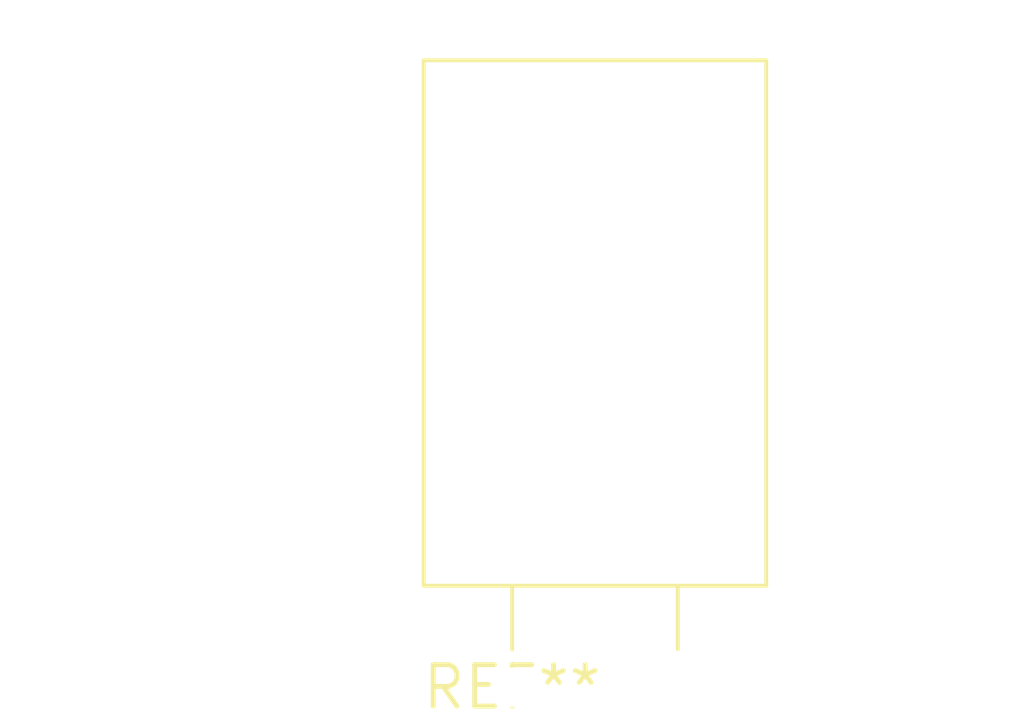
<source format=kicad_pcb>
(kicad_pcb (version 20240108) (generator pcbnew)
  (layers (0 "F.Cu" signal) (31 "B.Cu" signal) (34 "B.Paste" user) (35 "F.Paste" user) (36 "B.SilkS" user "B.Silkscreen") (37 "F.SilkS" user "F.Silkscreen") (38 "B.Mask" user) (39 "F.Mask" user) (44 "Edge.Cuts" user))
  (net 0 "")
  (footprint "TO-220F-2_Horizontal_TabDown" (layer "F.Cu") (at 0 0)
    (property "Reference" "REF**")
    (property "Value" "TO-220F-2_Horizontal_TabDown")
    (fp_line (start -2.71 -19.22) (end -2.71 -3.11) (layer "F.SilkS") (stroke (width 0.12)))
    (fp_line (start -2.71 -19.22) (end 7.79 -19.22) (layer "F.SilkS") (stroke (width 0.12)))
    (fp_line (start -2.71 -3.11) (end 7.79 -3.11) (layer "F.SilkS") (stroke (width 0.12)))
    (fp_line (start 0 -3.11) (end 0 -1.15) (layer "F.SilkS") (stroke (width 0.12)))
    (fp_line (start 5.08 -3.11) (end 5.08 -1.165) (layer "F.SilkS") (stroke (width 0.12)))
    (fp_line (start 7.79 -19.22) (end 7.79 -3.11) (layer "F.SilkS") (stroke (width 0.12)))
    (pad "" np_thru_hole oval (at 2.54 -15.8) (size 3.5 3.5) (drill 3.5) (layers *.Cu *.Mask))
    (pad "1" thru_hole rect (at 0 0) (size 2 2) (drill 1.2) (layers *.Cu *.Mask) (remove_unused_layers))
    (pad "2" thru_hole oval (at 5.08 0) (size 2 2) (drill 1.2) (layers *.Cu *.Mask) (remove_unused_layers))
  )
)
</source>
